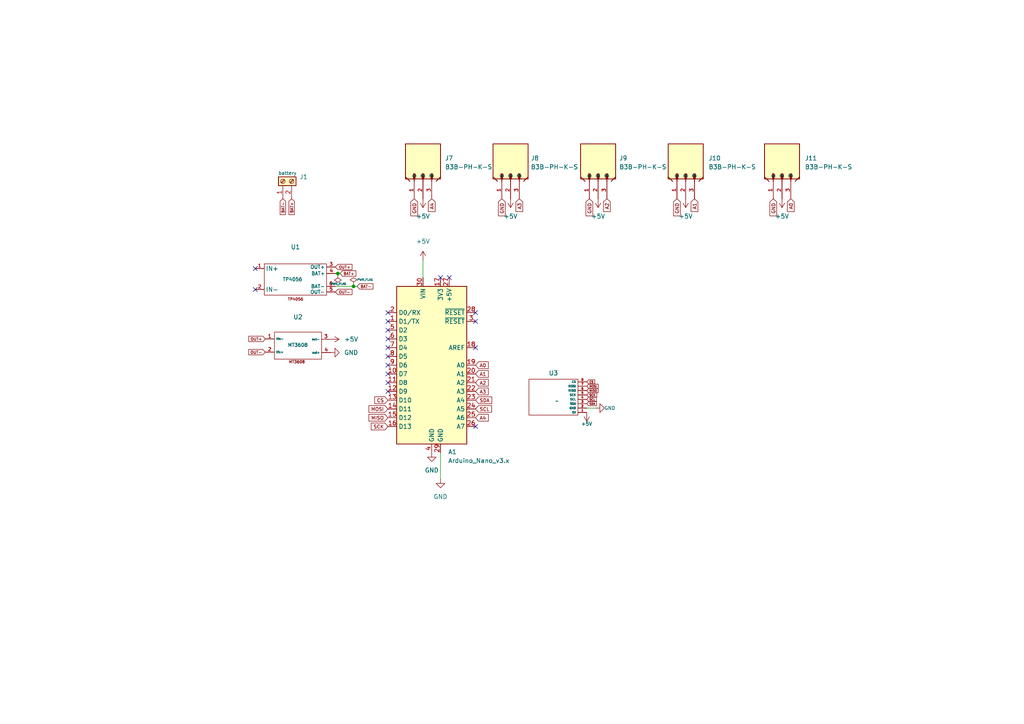
<source format=kicad_sch>
(kicad_sch (version 20230121) (generator eeschema)

  (uuid 29416e57-d402-4c53-bb3e-9766fceb94c2)

  (paper "A4")

  (lib_symbols
    (symbol "B3B-PH-K-S:B3B-PH-K-S" (pin_names (offset 1.016)) (in_bom yes) (on_board yes)
      (property "Reference" "J" (at -5.58 5.08 0)
        (effects (font (size 1.27 1.27)) (justify left bottom))
      )
      (property "Value" "B3B-PH-K-S" (at -5.08 -7.62 0)
        (effects (font (size 1.27 1.27)) (justify left bottom))
      )
      (property "Footprint" "B3B-PH-K-S:JST_B3B-PH-K-S" (at 0 0 0)
        (effects (font (size 1.27 1.27)) (justify bottom) hide)
      )
      (property "Datasheet" "" (at 0 0 0)
        (effects (font (size 1.27 1.27)) hide)
      )
      (property "MF" "JST Sales" (at 0 0 0)
        (effects (font (size 1.27 1.27)) (justify bottom) hide)
      )
      (property "Description" "\nConnector Header Through Hole 3 position 0.079 (2.00mm)\n" (at 0 0 0)
        (effects (font (size 1.27 1.27)) (justify bottom) hide)
      )
      (property "Package" "None" (at 0 0 0)
        (effects (font (size 1.27 1.27)) (justify bottom) hide)
      )
      (property "Price" "None" (at 0 0 0)
        (effects (font (size 1.27 1.27)) (justify bottom) hide)
      )
      (property "Check_prices" "https://www.snapeda.com/parts/B3B-PH-K-S/JST+Sales+America+Inc./view-part/?ref=eda" (at 0 0 0)
        (effects (font (size 1.27 1.27)) (justify bottom) hide)
      )
      (property "SnapEDA_Link" "https://www.snapeda.com/parts/B3B-PH-K-S/JST+Sales+America+Inc./view-part/?ref=snap" (at 0 0 0)
        (effects (font (size 1.27 1.27)) (justify bottom) hide)
      )
      (property "MP" "B3B-PH-K-S" (at 0 0 0)
        (effects (font (size 1.27 1.27)) (justify bottom) hide)
      )
      (property "Availability" "In Stock" (at 0 0 0)
        (effects (font (size 1.27 1.27)) (justify bottom) hide)
      )
      (property "MANUFACTURER" "JST" (at 0 0 0)
        (effects (font (size 1.27 1.27)) (justify bottom) hide)
      )
      (symbol "B3B-PH-K-S_0_0"
        (rectangle (start -4.445 -2.8575) (end -2.8575 -2.2225)
          (stroke (width 0.1) (type default))
          (fill (type outline))
        )
        (rectangle (start -4.445 -0.3175) (end -2.8575 0.3175)
          (stroke (width 0.1) (type default))
          (fill (type outline))
        )
        (rectangle (start -4.445 2.2225) (end -2.8575 2.8575)
          (stroke (width 0.1) (type default))
          (fill (type outline))
        )
        (rectangle (start -4.3996 -5.08) (end 5.7604 5.08)
          (stroke (width 0.254) (type default))
          (fill (type background))
        )
        (polyline
          (pts
            (xy -5.08 -3.81)
            (xy -3.81 -5.08)
          )
          (stroke (width 0.254) (type default))
          (fill (type none))
        )
        (polyline
          (pts
            (xy -5.08 -2.54)
            (xy -3.175 -2.54)
          )
          (stroke (width 0.254) (type default))
          (fill (type none))
        )
        (polyline
          (pts
            (xy -5.08 0)
            (xy -3.175 0)
          )
          (stroke (width 0.254) (type default))
          (fill (type none))
        )
        (polyline
          (pts
            (xy -5.08 2.54)
            (xy -3.175 2.54)
          )
          (stroke (width 0.254) (type default))
          (fill (type none))
        )
        (polyline
          (pts
            (xy -5.08 3.81)
            (xy -3.81 5.08)
          )
          (stroke (width 0.254) (type default))
          (fill (type none))
        )
        (pin passive line (at -10.16 2.54 0) (length 5.08)
          (name "1" (effects (font (size 1.016 1.016))))
          (number "1" (effects (font (size 1.016 1.016))))
        )
        (pin passive line (at -10.16 0 0) (length 5.08)
          (name "2" (effects (font (size 1.016 1.016))))
          (number "2" (effects (font (size 1.016 1.016))))
        )
        (pin passive line (at -10.16 -2.54 0) (length 5.08)
          (name "3" (effects (font (size 1.016 1.016))))
          (number "3" (effects (font (size 1.016 1.016))))
        )
      )
    )
    (symbol "Connector:Screw_Terminal_01x02" (pin_names (offset 1.016) hide) (in_bom yes) (on_board yes)
      (property "Reference" "J" (at 0 2.54 0)
        (effects (font (size 1.27 1.27)))
      )
      (property "Value" "Screw_Terminal_01x02" (at 0 -5.08 0)
        (effects (font (size 1.27 1.27)))
      )
      (property "Footprint" "" (at 0 0 0)
        (effects (font (size 1.27 1.27)) hide)
      )
      (property "Datasheet" "~" (at 0 0 0)
        (effects (font (size 1.27 1.27)) hide)
      )
      (property "ki_keywords" "screw terminal" (at 0 0 0)
        (effects (font (size 1.27 1.27)) hide)
      )
      (property "ki_description" "Generic screw terminal, single row, 01x02, script generated (kicad-library-utils/schlib/autogen/connector/)" (at 0 0 0)
        (effects (font (size 1.27 1.27)) hide)
      )
      (property "ki_fp_filters" "TerminalBlock*:*" (at 0 0 0)
        (effects (font (size 1.27 1.27)) hide)
      )
      (symbol "Screw_Terminal_01x02_1_1"
        (rectangle (start -1.27 1.27) (end 1.27 -3.81)
          (stroke (width 0.254) (type default))
          (fill (type background))
        )
        (circle (center 0 -2.54) (radius 0.635)
          (stroke (width 0.1524) (type default))
          (fill (type none))
        )
        (polyline
          (pts
            (xy -0.5334 -2.2098)
            (xy 0.3302 -3.048)
          )
          (stroke (width 0.1524) (type default))
          (fill (type none))
        )
        (polyline
          (pts
            (xy -0.5334 0.3302)
            (xy 0.3302 -0.508)
          )
          (stroke (width 0.1524) (type default))
          (fill (type none))
        )
        (polyline
          (pts
            (xy -0.3556 -2.032)
            (xy 0.508 -2.8702)
          )
          (stroke (width 0.1524) (type default))
          (fill (type none))
        )
        (polyline
          (pts
            (xy -0.3556 0.508)
            (xy 0.508 -0.3302)
          )
          (stroke (width 0.1524) (type default))
          (fill (type none))
        )
        (circle (center 0 0) (radius 0.635)
          (stroke (width 0.1524) (type default))
          (fill (type none))
        )
        (pin passive line (at -5.08 0 0) (length 3.81)
          (name "Pin_1" (effects (font (size 1.27 1.27))))
          (number "1" (effects (font (size 1.27 1.27))))
        )
        (pin passive line (at -5.08 -2.54 0) (length 3.81)
          (name "Pin_2" (effects (font (size 1.27 1.27))))
          (number "2" (effects (font (size 1.27 1.27))))
        )
      )
    )
    (symbol "MCU_Module:Arduino_Nano_v3.x" (in_bom yes) (on_board yes)
      (property "Reference" "A" (at -10.16 23.495 0)
        (effects (font (size 1.27 1.27)) (justify left bottom))
      )
      (property "Value" "Arduino_Nano_v3.x" (at 5.08 -24.13 0)
        (effects (font (size 1.27 1.27)) (justify left top))
      )
      (property "Footprint" "Module:Arduino_Nano" (at 0 0 0)
        (effects (font (size 1.27 1.27) italic) hide)
      )
      (property "Datasheet" "http://www.mouser.com/pdfdocs/Gravitech_Arduino_Nano3_0.pdf" (at 0 0 0)
        (effects (font (size 1.27 1.27)) hide)
      )
      (property "ki_keywords" "Arduino nano microcontroller module USB" (at 0 0 0)
        (effects (font (size 1.27 1.27)) hide)
      )
      (property "ki_description" "Arduino Nano v3.x" (at 0 0 0)
        (effects (font (size 1.27 1.27)) hide)
      )
      (property "ki_fp_filters" "Arduino*Nano*" (at 0 0 0)
        (effects (font (size 1.27 1.27)) hide)
      )
      (symbol "Arduino_Nano_v3.x_0_1"
        (rectangle (start -10.16 22.86) (end 10.16 -22.86)
          (stroke (width 0.254) (type default))
          (fill (type background))
        )
      )
      (symbol "Arduino_Nano_v3.x_1_1"
        (pin bidirectional line (at -12.7 12.7 0) (length 2.54)
          (name "D1/TX" (effects (font (size 1.27 1.27))))
          (number "1" (effects (font (size 1.27 1.27))))
        )
        (pin bidirectional line (at -12.7 -2.54 0) (length 2.54)
          (name "D7" (effects (font (size 1.27 1.27))))
          (number "10" (effects (font (size 1.27 1.27))))
        )
        (pin bidirectional line (at -12.7 -5.08 0) (length 2.54)
          (name "D8" (effects (font (size 1.27 1.27))))
          (number "11" (effects (font (size 1.27 1.27))))
        )
        (pin bidirectional line (at -12.7 -7.62 0) (length 2.54)
          (name "D9" (effects (font (size 1.27 1.27))))
          (number "12" (effects (font (size 1.27 1.27))))
        )
        (pin bidirectional line (at -12.7 -10.16 0) (length 2.54)
          (name "D10" (effects (font (size 1.27 1.27))))
          (number "13" (effects (font (size 1.27 1.27))))
        )
        (pin bidirectional line (at -12.7 -12.7 0) (length 2.54)
          (name "D11" (effects (font (size 1.27 1.27))))
          (number "14" (effects (font (size 1.27 1.27))))
        )
        (pin bidirectional line (at -12.7 -15.24 0) (length 2.54)
          (name "D12" (effects (font (size 1.27 1.27))))
          (number "15" (effects (font (size 1.27 1.27))))
        )
        (pin bidirectional line (at -12.7 -17.78 0) (length 2.54)
          (name "D13" (effects (font (size 1.27 1.27))))
          (number "16" (effects (font (size 1.27 1.27))))
        )
        (pin power_out line (at 2.54 25.4 270) (length 2.54)
          (name "3V3" (effects (font (size 1.27 1.27))))
          (number "17" (effects (font (size 1.27 1.27))))
        )
        (pin input line (at 12.7 5.08 180) (length 2.54)
          (name "AREF" (effects (font (size 1.27 1.27))))
          (number "18" (effects (font (size 1.27 1.27))))
        )
        (pin bidirectional line (at 12.7 0 180) (length 2.54)
          (name "A0" (effects (font (size 1.27 1.27))))
          (number "19" (effects (font (size 1.27 1.27))))
        )
        (pin bidirectional line (at -12.7 15.24 0) (length 2.54)
          (name "D0/RX" (effects (font (size 1.27 1.27))))
          (number "2" (effects (font (size 1.27 1.27))))
        )
        (pin bidirectional line (at 12.7 -2.54 180) (length 2.54)
          (name "A1" (effects (font (size 1.27 1.27))))
          (number "20" (effects (font (size 1.27 1.27))))
        )
        (pin bidirectional line (at 12.7 -5.08 180) (length 2.54)
          (name "A2" (effects (font (size 1.27 1.27))))
          (number "21" (effects (font (size 1.27 1.27))))
        )
        (pin bidirectional line (at 12.7 -7.62 180) (length 2.54)
          (name "A3" (effects (font (size 1.27 1.27))))
          (number "22" (effects (font (size 1.27 1.27))))
        )
        (pin bidirectional line (at 12.7 -10.16 180) (length 2.54)
          (name "A4" (effects (font (size 1.27 1.27))))
          (number "23" (effects (font (size 1.27 1.27))))
        )
        (pin bidirectional line (at 12.7 -12.7 180) (length 2.54)
          (name "A5" (effects (font (size 1.27 1.27))))
          (number "24" (effects (font (size 1.27 1.27))))
        )
        (pin bidirectional line (at 12.7 -15.24 180) (length 2.54)
          (name "A6" (effects (font (size 1.27 1.27))))
          (number "25" (effects (font (size 1.27 1.27))))
        )
        (pin bidirectional line (at 12.7 -17.78 180) (length 2.54)
          (name "A7" (effects (font (size 1.27 1.27))))
          (number "26" (effects (font (size 1.27 1.27))))
        )
        (pin power_out line (at 5.08 25.4 270) (length 2.54)
          (name "+5V" (effects (font (size 1.27 1.27))))
          (number "27" (effects (font (size 1.27 1.27))))
        )
        (pin input line (at 12.7 15.24 180) (length 2.54)
          (name "~{RESET}" (effects (font (size 1.27 1.27))))
          (number "28" (effects (font (size 1.27 1.27))))
        )
        (pin power_in line (at 2.54 -25.4 90) (length 2.54)
          (name "GND" (effects (font (size 1.27 1.27))))
          (number "29" (effects (font (size 1.27 1.27))))
        )
        (pin input line (at 12.7 12.7 180) (length 2.54)
          (name "~{RESET}" (effects (font (size 1.27 1.27))))
          (number "3" (effects (font (size 1.27 1.27))))
        )
        (pin power_in line (at -2.54 25.4 270) (length 2.54)
          (name "VIN" (effects (font (size 1.27 1.27))))
          (number "30" (effects (font (size 1.27 1.27))))
        )
        (pin power_in line (at 0 -25.4 90) (length 2.54)
          (name "GND" (effects (font (size 1.27 1.27))))
          (number "4" (effects (font (size 1.27 1.27))))
        )
        (pin bidirectional line (at -12.7 10.16 0) (length 2.54)
          (name "D2" (effects (font (size 1.27 1.27))))
          (number "5" (effects (font (size 1.27 1.27))))
        )
        (pin bidirectional line (at -12.7 7.62 0) (length 2.54)
          (name "D3" (effects (font (size 1.27 1.27))))
          (number "6" (effects (font (size 1.27 1.27))))
        )
        (pin bidirectional line (at -12.7 5.08 0) (length 2.54)
          (name "D4" (effects (font (size 1.27 1.27))))
          (number "7" (effects (font (size 1.27 1.27))))
        )
        (pin bidirectional line (at -12.7 2.54 0) (length 2.54)
          (name "D5" (effects (font (size 1.27 1.27))))
          (number "8" (effects (font (size 1.27 1.27))))
        )
        (pin bidirectional line (at -12.7 0 0) (length 2.54)
          (name "D6" (effects (font (size 1.27 1.27))))
          (number "9" (effects (font (size 1.27 1.27))))
        )
      )
    )
    (symbol "New_Library_0:MT3608" (in_bom yes) (on_board yes)
      (property "Reference" "U2" (at 1.651 8.255 0)
        (effects (font (size 1.27 1.27)))
      )
      (property "Value" "MT3608" (at 1.6002 0.127 0)
        (effects (font (size 1 1)))
      )
      (property "Footprint" "MT3608:MT3608" (at 1.651 -0.254 0)
        (effects (font (size 1 1) (color 37 255 152 1)) hide)
      )
      (property "Datasheet" "" (at 0 0 0)
        (effects (font (size 1.27 1.27)) hide)
      )
      (symbol "MT3608_0_1"
        (rectangle (start -5.1562 3.8862) (end 8.509 -3.9624)
          (stroke (width 0) (type default))
          (fill (type none))
        )
      )
      (symbol "MT3608_1_1"
        (text "MT3608" (at 1.3462 -4.7498 0)
          (effects (font (size 0.8 0.8)))
        )
        (pin input line (at -7.7978 1.905 0) (length 2.54)
          (name "Vin-" (effects (font (size 0.6 0.6))))
          (number "1" (effects (font (size 1 1))))
        )
        (pin input line (at -7.8232 -1.9304 0) (length 2.54)
          (name "Vin+" (effects (font (size 0.6 0.6))))
          (number "2" (effects (font (size 1 1))))
        )
        (pin power_out line (at 11.049 1.8034 180) (length 2.54)
          (name "out-" (effects (font (size 0.6 0.6))))
          (number "3" (effects (font (size 1 1))))
        )
        (pin power_out line (at 11.1252 -2.0574 180) (length 2.54)
          (name "out+" (effects (font (size 0.6 0.6))))
          (number "4" (effects (font (size 1 1))))
        )
      )
    )
    (symbol "SD card module:SD_card_module" (in_bom yes) (on_board yes)
      (property "Reference" "U" (at -1.524 0.508 0)
        (effects (font (size 1.27 1.27)))
      )
      (property "Value" "" (at -1.016 -0.508 0)
        (effects (font (size 1.27 1.27)))
      )
      (property "Footprint" "" (at -1.016 -0.508 0)
        (effects (font (size 1.27 1.27)) hide)
      )
      (property "Datasheet" "" (at -1.016 -0.508 0)
        (effects (font (size 1.27 1.27)) hide)
      )
      (symbol "SD_card_module_0_1"
        (rectangle (start 5.08 -4.572) (end -9.144 5.842)
          (stroke (width 0) (type default))
          (fill (type none))
        )
      )
      (symbol "SD_card_module_1_1"
        (pin input line (at 7.62 -3.81 180) (length 2.54)
          (name "5V" (effects (font (size 0.6 0.6))))
          (number "1" (effects (font (size 0.6 0.6))))
        )
        (pin input line (at 7.62 -2.54 180) (length 2.54)
          (name "GND" (effects (font (size 0.6 0.6))))
          (number "2" (effects (font (size 0.6 0.6))))
        )
        (pin input line (at 7.62 -1.27 180) (length 2.54)
          (name "SDA" (effects (font (size 0.6 0.6))))
          (number "3" (effects (font (size 0.6 0.6))))
        )
        (pin input line (at 7.62 0 180) (length 2.54)
          (name "SCL" (effects (font (size 0.6 0.6))))
          (number "4" (effects (font (size 0.6 0.6))))
        )
        (pin input line (at 7.62 1.27 180) (length 2.54)
          (name "SCK" (effects (font (size 0.6 0.6))))
          (number "5" (effects (font (size 0.6 0.6))))
        )
        (pin input line (at 7.62 2.54 180) (length 2.54)
          (name "MISO" (effects (font (size 0.6 0.6))))
          (number "6" (effects (font (size 0.6 0.6))))
        )
        (pin input line (at 7.62 3.81 180) (length 2.54)
          (name "MOSI" (effects (font (size 0.6 0.6))))
          (number "7" (effects (font (size 0.6 0.6))))
        )
        (pin input line (at 7.62 5.08 180) (length 2.54)
          (name "CS" (effects (font (size 0.6 0.6))))
          (number "8" (effects (font (size 0.6 0.6))))
        )
      )
    )
    (symbol "power:+5V" (power) (pin_names (offset 0)) (in_bom yes) (on_board yes)
      (property "Reference" "#PWR" (at 0 -3.81 0)
        (effects (font (size 1.27 1.27)) hide)
      )
      (property "Value" "+5V" (at 0 3.556 0)
        (effects (font (size 1.27 1.27)))
      )
      (property "Footprint" "" (at 0 0 0)
        (effects (font (size 1.27 1.27)) hide)
      )
      (property "Datasheet" "" (at 0 0 0)
        (effects (font (size 1.27 1.27)) hide)
      )
      (property "ki_keywords" "global power" (at 0 0 0)
        (effects (font (size 1.27 1.27)) hide)
      )
      (property "ki_description" "Power symbol creates a global label with name \"+5V\"" (at 0 0 0)
        (effects (font (size 1.27 1.27)) hide)
      )
      (symbol "+5V_0_1"
        (polyline
          (pts
            (xy -0.762 1.27)
            (xy 0 2.54)
          )
          (stroke (width 0) (type default))
          (fill (type none))
        )
        (polyline
          (pts
            (xy 0 0)
            (xy 0 2.54)
          )
          (stroke (width 0) (type default))
          (fill (type none))
        )
        (polyline
          (pts
            (xy 0 2.54)
            (xy 0.762 1.27)
          )
          (stroke (width 0) (type default))
          (fill (type none))
        )
      )
      (symbol "+5V_1_1"
        (pin power_in line (at 0 0 90) (length 0) hide
          (name "+5V" (effects (font (size 1.27 1.27))))
          (number "1" (effects (font (size 1.27 1.27))))
        )
      )
    )
    (symbol "power:GND" (power) (pin_names (offset 0)) (in_bom yes) (on_board yes)
      (property "Reference" "#PWR" (at 0 -6.35 0)
        (effects (font (size 1.27 1.27)) hide)
      )
      (property "Value" "GND" (at 0 -3.81 0)
        (effects (font (size 1.27 1.27)))
      )
      (property "Footprint" "" (at 0 0 0)
        (effects (font (size 1.27 1.27)) hide)
      )
      (property "Datasheet" "" (at 0 0 0)
        (effects (font (size 1.27 1.27)) hide)
      )
      (property "ki_keywords" "global power" (at 0 0 0)
        (effects (font (size 1.27 1.27)) hide)
      )
      (property "ki_description" "Power symbol creates a global label with name \"GND\" , ground" (at 0 0 0)
        (effects (font (size 1.27 1.27)) hide)
      )
      (symbol "GND_0_1"
        (polyline
          (pts
            (xy 0 0)
            (xy 0 -1.27)
            (xy 1.27 -1.27)
            (xy 0 -2.54)
            (xy -1.27 -1.27)
            (xy 0 -1.27)
          )
          (stroke (width 0) (type default))
          (fill (type none))
        )
      )
      (symbol "GND_1_1"
        (pin power_in line (at 0 0 270) (length 0) hide
          (name "GND" (effects (font (size 1.27 1.27))))
          (number "1" (effects (font (size 1.27 1.27))))
        )
      )
    )
    (symbol "power:PWR_FLAG" (power) (pin_numbers hide) (pin_names (offset 0) hide) (in_bom yes) (on_board yes)
      (property "Reference" "#FLG" (at 0 1.905 0)
        (effects (font (size 1.27 1.27)) hide)
      )
      (property "Value" "PWR_FLAG" (at 0 3.81 0)
        (effects (font (size 1.27 1.27)))
      )
      (property "Footprint" "" (at 0 0 0)
        (effects (font (size 1.27 1.27)) hide)
      )
      (property "Datasheet" "~" (at 0 0 0)
        (effects (font (size 1.27 1.27)) hide)
      )
      (property "ki_keywords" "flag power" (at 0 0 0)
        (effects (font (size 1.27 1.27)) hide)
      )
      (property "ki_description" "Special symbol for telling ERC where power comes from" (at 0 0 0)
        (effects (font (size 1.27 1.27)) hide)
      )
      (symbol "PWR_FLAG_0_0"
        (pin power_out line (at 0 0 90) (length 0)
          (name "pwr" (effects (font (size 1.27 1.27))))
          (number "1" (effects (font (size 1.27 1.27))))
        )
      )
      (symbol "PWR_FLAG_0_1"
        (polyline
          (pts
            (xy 0 0)
            (xy 0 1.27)
            (xy -1.016 1.905)
            (xy 0 2.54)
            (xy 1.016 1.905)
            (xy 0 1.27)
          )
          (stroke (width 0) (type default))
          (fill (type none))
        )
      )
    )
    (symbol "tp4056:tp4056" (in_bom yes) (on_board yes)
      (property "Reference" "U1" (at 1.4732 7.0866 0)
        (effects (font (size 1.27 1.27)))
      )
      (property "Value" "~" (at 0 0 0)
        (effects (font (size 1.27 1.27)))
      )
      (property "Footprint" "TP4056:TP4056" (at 0 0 0)
        (effects (font (size 1.27 1.27)) hide)
      )
      (property "Datasheet" "" (at 0 0 0)
        (effects (font (size 1.27 1.27)) hide)
      )
      (symbol "tp4056_1_1"
        (rectangle (start -7.5692 4.7752) (end 10.4902 -4.2926)
          (stroke (width 0) (type default))
          (fill (type none))
        )
        (text "TP4056" (at 1.4986 -5.461 0)
          (effects (font (size 0.8 0.8)))
        )
        (pin power_in line (at -10.1854 3.4036 0) (length 2.54)
          (name "IN+" (effects (font (size 1.27 1.27))))
          (number "1" (effects (font (size 1 1))))
        )
        (pin power_in line (at -10.1854 -2.667 0) (length 2.54)
          (name "IN-" (effects (font (size 1.27 1.27))))
          (number "2" (effects (font (size 1 1))))
        )
        (pin power_out line (at 13.081 3.8608 180) (length 2.54)
          (name "OUT+" (effects (font (size 1 1))))
          (number "3" (effects (font (size 1 1))))
        )
        (pin power_in line (at 13.1318 1.9812 180) (length 2.54)
          (name "BAT+" (effects (font (size 1 1))))
          (number "4" (effects (font (size 1 1))))
        )
        (pin power_out line (at 13.081 -3.3782 180) (length 2.54)
          (name "OUT-" (effects (font (size 1 1))))
          (number "5" (effects (font (size 1 1))))
        )
        (pin power_in line (at 13.0556 -1.7526 180) (length 2.54)
          (name "BAT-" (effects (font (size 1 1))))
          (number "6" (effects (font (size 1 1))))
        )
      )
    )
  )

  (junction (at 102.5398 83.058) (diameter 0) (color 0 0 0 0)
    (uuid 082a646a-4f69-4478-b394-4a7cc3607ad3)
  )
  (junction (at 97.9932 79.3242) (diameter 0) (color 0 0 0 0)
    (uuid a536bf27-fe25-4afe-9630-eac7928c956e)
  )

  (no_connect (at 74.041 77.9018) (uuid 3cdea177-c0a1-4aaf-817d-9d04233459a0))
  (no_connect (at 130.302 80.518) (uuid 3f264321-a84b-47a5-bba4-234aee5fecbd))
  (no_connect (at 137.922 93.218) (uuid 42286c2a-41dd-4491-9f7e-54dde8fc0a02))
  (no_connect (at 112.522 110.998) (uuid 4a8245c4-ef67-4e10-95c1-59f035874e6e))
  (no_connect (at 112.522 95.758) (uuid 5aadcc70-ae68-4071-a882-d4313cea7308))
  (no_connect (at 74.041 83.9724) (uuid 838e01de-fc9b-4607-b726-3fb6193d96e7))
  (no_connect (at 112.522 113.538) (uuid 87f2b53b-4a27-435c-b3ee-6e6ba04b244b))
  (no_connect (at 112.522 105.918) (uuid 935460f9-2331-44a3-a1d8-cc23a68733b9))
  (no_connect (at 137.922 100.838) (uuid 9f987e48-6f3f-4a07-9552-ef891c724361))
  (no_connect (at 112.522 90.678) (uuid a9805513-2b7c-4dd3-a618-a8c2b0cb3739))
  (no_connect (at 137.922 123.698) (uuid ac7dfc6e-8404-4398-82b8-b5e2f7ffbf1c))
  (no_connect (at 112.522 103.378) (uuid ae9071d8-eac9-402f-b48c-6bd8be28a610))
  (no_connect (at 137.922 90.678) (uuid b0692fe1-fdaf-466a-a48c-3f464211cd0c))
  (no_connect (at 112.522 93.218) (uuid c5a85872-abec-4b65-85ae-57d3973891df))
  (no_connect (at 112.522 98.298) (uuid c728f770-e3dd-4533-91fc-7625d3f1d64d))
  (no_connect (at 112.522 100.838) (uuid cdfb44fa-59a5-406b-a7b4-8210c9d7fa49))
  (no_connect (at 127.762 80.518) (uuid e4f346c1-f778-4a16-b458-e48b731e709d))
  (no_connect (at 112.522 108.458) (uuid ece5c654-a7b2-4773-a2cc-c3815da5b595))

  (wire (pts (xy 102.5398 83.058) (xy 103.5812 83.058))
    (stroke (width 0) (type default))
    (uuid 54f54776-f8b8-4285-a7a0-9afbe398bd73)
  )
  (wire (pts (xy 97.9932 79.3242) (xy 97.3582 79.3242))
    (stroke (width 0) (type default))
    (uuid 5a45a2bb-fe17-4eb1-ac78-0c38e58628df)
  )
  (wire (pts (xy 172.72 118.364) (xy 170.18 118.364))
    (stroke (width 0) (type default))
    (uuid 6c2cf27f-81b8-42e4-b79b-96953cc4dc22)
  )
  (wire (pts (xy 98.6282 79.3242) (xy 97.9932 79.3242))
    (stroke (width 0) (type default))
    (uuid 6d4976db-c660-428f-a283-e33cf0678f7f)
  )
  (wire (pts (xy 97.282 83.058) (xy 102.5398 83.058))
    (stroke (width 0) (type default))
    (uuid a7b9be3c-c0dd-4343-9dfa-4e0404b7ff74)
  )
  (wire (pts (xy 127.762 138.938) (xy 127.762 131.318))
    (stroke (width 0) (type default))
    (uuid f3d2a067-84e5-41aa-9ef5-34213033c05b)
  )
  (wire (pts (xy 122.682 75.438) (xy 122.682 80.518))
    (stroke (width 0) (type default))
    (uuid f84149f3-4314-4336-935f-05c66ffd10b8)
  )

  (global_label "A3" (shape input) (at 150.622 57.658 270) (fields_autoplaced)
    (effects (font (size 1 1)) (justify right))
    (uuid 07a1f47b-ef4f-4917-8361-68a1fcaeac5f)
    (property "Intersheetrefs" "${INTERSHEET_REFS}" (at 150.622 61.8178 90)
      (effects (font (size 1.27 1.27)) (justify right) hide)
    )
  )
  (global_label "BAT+" (shape input) (at 98.6282 79.3242 0) (fields_autoplaced)
    (effects (font (size 0.8 0.8)) (justify left))
    (uuid 0a36a6d6-b0d7-434f-bef3-401c71a91ad7)
    (property "Intersheetrefs" "${INTERSHEET_REFS}" (at 103.5942 79.3242 0)
      (effects (font (size 1.27 1.27)) (justify left) hide)
    )
  )
  (global_label "MOSI" (shape input) (at 170.18 112.014 0) (fields_autoplaced)
    (effects (font (size 0.6 0.6)) (justify left))
    (uuid 0b8cd4ed-aeba-4a92-8f18-6734c290298f)
    (property "Intersheetrefs" "${INTERSHEET_REFS}" (at 173.7617 112.014 0)
      (effects (font (size 1.27 1.27)) (justify left) hide)
    )
  )
  (global_label "SDA" (shape input) (at 137.922 116.078 0) (fields_autoplaced)
    (effects (font (size 1 1)) (justify left))
    (uuid 0d4f19e8-1743-4bdd-bee1-97b5577c6214)
    (property "Intersheetrefs" "${INTERSHEET_REFS}" (at 143.0818 116.078 0)
      (effects (font (size 1.27 1.27)) (justify left) hide)
    )
  )
  (global_label "BAT+" (shape input) (at 84.582 57.658 270) (fields_autoplaced)
    (effects (font (size 0.8 0.8)) (justify right))
    (uuid 0e8b2a43-60e0-45db-8953-cc4f06705e86)
    (property "Intersheetrefs" "${INTERSHEET_REFS}" (at 84.582 62.624 90)
      (effects (font (size 1.27 1.27)) (justify right) hide)
    )
  )
  (global_label "OUT+" (shape input) (at 76.962 98.298 180) (fields_autoplaced)
    (effects (font (size 0.8 0.8)) (justify right))
    (uuid 1dc9004c-b392-4f72-871c-b4ef6fd7e179)
    (property "Intersheetrefs" "${INTERSHEET_REFS}" (at 71.8055 98.298 0)
      (effects (font (size 1.27 1.27)) (justify right) hide)
    )
  )
  (global_label "CS" (shape input) (at 170.18 110.744 0) (fields_autoplaced)
    (effects (font (size 0.6 0.6)) (justify left))
    (uuid 20c3005b-7f56-48f0-baff-ebe605a43031)
    (property "Intersheetrefs" "${INTERSHEET_REFS}" (at 172.7617 110.744 0)
      (effects (font (size 1.27 1.27)) (justify left) hide)
    )
  )
  (global_label "GND" (shape input) (at 120.142 57.658 270) (fields_autoplaced)
    (effects (font (size 1 1)) (justify right))
    (uuid 36db7aa6-414d-4146-83a2-7f87f60ba0ba)
    (property "Intersheetrefs" "${INTERSHEET_REFS}" (at 120.142 63.0559 90)
      (effects (font (size 1.27 1.27)) (justify right) hide)
    )
  )
  (global_label "SDA" (shape input) (at 170.18 117.094 0) (fields_autoplaced)
    (effects (font (size 0.6 0.6)) (justify left))
    (uuid 48c1c985-41e5-4834-b30f-9be4e8afcc72)
    (property "Intersheetrefs" "${INTERSHEET_REFS}" (at 173.276 117.094 0)
      (effects (font (size 1.27 1.27)) (justify left) hide)
    )
  )
  (global_label "SCL" (shape input) (at 137.922 118.618 0) (fields_autoplaced)
    (effects (font (size 1 1)) (justify left))
    (uuid 51f85b15-8ac0-4c18-ae62-1097f2aaa750)
    (property "Intersheetrefs" "${INTERSHEET_REFS}" (at 143.0342 118.618 0)
      (effects (font (size 1.27 1.27)) (justify left) hide)
    )
  )
  (global_label "GND" (shape input) (at 224.282 57.658 270) (fields_autoplaced)
    (effects (font (size 1 1)) (justify right))
    (uuid 5f563f8b-64a5-464e-ab9a-511f2e927dc4)
    (property "Intersheetrefs" "${INTERSHEET_REFS}" (at 224.282 63.0559 90)
      (effects (font (size 1.27 1.27)) (justify right) hide)
    )
  )
  (global_label "BAT-" (shape input) (at 103.5812 83.058 0) (fields_autoplaced)
    (effects (font (size 0.8 0.8)) (justify left))
    (uuid 654be39b-a868-4737-ad58-46917d581f61)
    (property "Intersheetrefs" "${INTERSHEET_REFS}" (at 108.5472 83.058 0)
      (effects (font (size 1.27 1.27)) (justify left) hide)
    )
  )
  (global_label "A2" (shape input) (at 137.922 110.998 0) (fields_autoplaced)
    (effects (font (size 1 1)) (justify left))
    (uuid 66700cad-8ae8-44a1-95db-add391ec696b)
    (property "Intersheetrefs" "${INTERSHEET_REFS}" (at 142.0818 110.998 0)
      (effects (font (size 1.27 1.27)) (justify left) hide)
    )
  )
  (global_label "A3" (shape input) (at 137.922 113.538 0) (fields_autoplaced)
    (effects (font (size 1 1)) (justify left))
    (uuid 6b3c9b29-3e92-4fb0-aa10-ca35065411c9)
    (property "Intersheetrefs" "${INTERSHEET_REFS}" (at 142.0818 113.538 0)
      (effects (font (size 1.27 1.27)) (justify left) hide)
    )
  )
  (global_label "BAT-" (shape input) (at 82.042 57.658 270) (fields_autoplaced)
    (effects (font (size 0.8 0.8)) (justify right))
    (uuid 6beb9e57-9a8e-4736-81ba-9e0a9eee144d)
    (property "Intersheetrefs" "${INTERSHEET_REFS}" (at 82.042 62.624 90)
      (effects (font (size 1.27 1.27)) (justify right) hide)
    )
  )
  (global_label "A1" (shape input) (at 137.922 108.458 0) (fields_autoplaced)
    (effects (font (size 1 1)) (justify left))
    (uuid 6fc9b804-a199-4f8f-9fb8-589ecf605d0b)
    (property "Intersheetrefs" "${INTERSHEET_REFS}" (at 142.0818 108.458 0)
      (effects (font (size 1.27 1.27)) (justify left) hide)
    )
  )
  (global_label "GND" (shape input) (at 196.342 57.658 270) (fields_autoplaced)
    (effects (font (size 1 1)) (justify right))
    (uuid 725d299d-9aa3-42d1-a57f-8dbb417ca3e1)
    (property "Intersheetrefs" "${INTERSHEET_REFS}" (at 196.342 63.0559 90)
      (effects (font (size 1.27 1.27)) (justify right) hide)
    )
  )
  (global_label "OUT-" (shape input) (at 97.3074 84.6836 0) (fields_autoplaced)
    (effects (font (size 0.8 0.8)) (justify left))
    (uuid 74ef73e3-7a33-4052-a923-a7697d621bb1)
    (property "Intersheetrefs" "${INTERSHEET_REFS}" (at 102.4639 84.6836 0)
      (effects (font (size 1.27 1.27)) (justify left) hide)
    )
  )
  (global_label "A0" (shape input) (at 229.362 57.658 270) (fields_autoplaced)
    (effects (font (size 1 1)) (justify right))
    (uuid 75ca4c09-20a2-4fcc-bed0-7d713a1154ba)
    (property "Intersheetrefs" "${INTERSHEET_REFS}" (at 229.362 61.8178 90)
      (effects (font (size 1.27 1.27)) (justify right) hide)
    )
  )
  (global_label "SCK" (shape input) (at 112.522 123.698 180) (fields_autoplaced)
    (effects (font (size 1 1)) (justify right))
    (uuid 7f8be248-fc7e-495e-af6b-73412af4115a)
    (property "Intersheetrefs" "${INTERSHEET_REFS}" (at 107.2193 123.698 0)
      (effects (font (size 1.27 1.27)) (justify right) hide)
    )
  )
  (global_label "MOSI" (shape input) (at 112.522 118.618 180) (fields_autoplaced)
    (effects (font (size 1 1)) (justify right))
    (uuid 9bd08685-3f3f-4166-b0e5-8dfaa4697d1e)
    (property "Intersheetrefs" "${INTERSHEET_REFS}" (at 106.5526 118.618 0)
      (effects (font (size 1.27 1.27)) (justify right) hide)
    )
  )
  (global_label "MISO" (shape input) (at 112.522 121.158 180) (fields_autoplaced)
    (effects (font (size 1 1)) (justify right))
    (uuid 9c847e35-82cd-478b-bc10-966106b20db1)
    (property "Intersheetrefs" "${INTERSHEET_REFS}" (at 106.5526 121.158 0)
      (effects (font (size 1.27 1.27)) (justify right) hide)
    )
  )
  (global_label "CS" (shape input) (at 112.522 116.078 180) (fields_autoplaced)
    (effects (font (size 1 1)) (justify right))
    (uuid 9d932315-fdfe-4fbc-9d77-c49df641eaa8)
    (property "Intersheetrefs" "${INTERSHEET_REFS}" (at 108.2193 116.078 0)
      (effects (font (size 1.27 1.27)) (justify right) hide)
    )
  )
  (global_label "A1" (shape input) (at 201.422 57.658 270) (fields_autoplaced)
    (effects (font (size 1 1)) (justify right))
    (uuid 9fe19376-22f5-4a3e-818e-bc445eabb000)
    (property "Intersheetrefs" "${INTERSHEET_REFS}" (at 201.422 61.8178 90)
      (effects (font (size 1.27 1.27)) (justify right) hide)
    )
  )
  (global_label "SCK" (shape input) (at 170.18 114.554 0) (fields_autoplaced)
    (effects (font (size 0.6 0.6)) (justify left))
    (uuid b393929d-b225-4f51-8d98-09c446e5e45a)
    (property "Intersheetrefs" "${INTERSHEET_REFS}" (at 173.3617 114.554 0)
      (effects (font (size 1.27 1.27)) (justify left) hide)
    )
  )
  (global_label "GND" (shape input) (at 145.542 57.658 270) (fields_autoplaced)
    (effects (font (size 1 1)) (justify right))
    (uuid be878000-5349-4b65-abed-d0359532644a)
    (property "Intersheetrefs" "${INTERSHEET_REFS}" (at 145.542 63.0559 90)
      (effects (font (size 1.27 1.27)) (justify right) hide)
    )
  )
  (global_label "GND" (shape input) (at 170.942 57.658 270) (fields_autoplaced)
    (effects (font (size 1 1)) (justify right))
    (uuid bec752f2-d296-44cb-96ec-33980647f06a)
    (property "Intersheetrefs" "${INTERSHEET_REFS}" (at 170.942 63.0559 90)
      (effects (font (size 1.27 1.27)) (justify right) hide)
    )
  )
  (global_label "OUT+" (shape input) (at 97.3074 77.4446 0) (fields_autoplaced)
    (effects (font (size 0.8 0.8)) (justify left))
    (uuid c4a7554d-12e2-4fe5-a8d3-64e814359355)
    (property "Intersheetrefs" "${INTERSHEET_REFS}" (at 102.4639 77.4446 0)
      (effects (font (size 1.27 1.27)) (justify left) hide)
    )
  )
  (global_label "A2" (shape input) (at 176.022 57.658 270) (fields_autoplaced)
    (effects (font (size 1 1)) (justify right))
    (uuid c8edbb34-1e91-403b-8a69-c1df59c77b38)
    (property "Intersheetrefs" "${INTERSHEET_REFS}" (at 176.022 61.8178 90)
      (effects (font (size 1.27 1.27)) (justify right) hide)
    )
  )
  (global_label "OUT-" (shape input) (at 76.9366 102.1334 180) (fields_autoplaced)
    (effects (font (size 0.8 0.8)) (justify right))
    (uuid d414c001-91eb-4bba-b07e-c27b1a808bec)
    (property "Intersheetrefs" "${INTERSHEET_REFS}" (at 71.7801 102.1334 0)
      (effects (font (size 1.27 1.27)) (justify right) hide)
    )
  )
  (global_label "A4" (shape input) (at 137.922 121.158 0) (fields_autoplaced)
    (effects (font (size 1 1)) (justify left))
    (uuid f0220d50-d8f1-4dd2-acac-5d0db4073cb7)
    (property "Intersheetrefs" "${INTERSHEET_REFS}" (at 142.0818 121.158 0)
      (effects (font (size 1.27 1.27)) (justify left) hide)
    )
  )
  (global_label "A4" (shape input) (at 125.222 57.658 270) (fields_autoplaced)
    (effects (font (size 1 1)) (justify right))
    (uuid f03d98e3-8a24-4357-96b1-386f6952ecce)
    (property "Intersheetrefs" "${INTERSHEET_REFS}" (at 125.222 61.8178 90)
      (effects (font (size 1.27 1.27)) (justify right) hide)
    )
  )
  (global_label "A0" (shape input) (at 137.922 105.918 0) (fields_autoplaced)
    (effects (font (size 1 1)) (justify left))
    (uuid f09068a8-6b20-4389-a54c-a68eb0e9ca09)
    (property "Intersheetrefs" "${INTERSHEET_REFS}" (at 142.0818 105.918 0)
      (effects (font (size 1.27 1.27)) (justify left) hide)
    )
  )
  (global_label "MISO" (shape input) (at 170.18 113.284 0) (fields_autoplaced)
    (effects (font (size 0.6 0.6)) (justify left))
    (uuid f4c34f75-4ff1-43dc-b8c2-36aa4c1e67c8)
    (property "Intersheetrefs" "${INTERSHEET_REFS}" (at 173.7617 113.284 0)
      (effects (font (size 1.27 1.27)) (justify left) hide)
    )
  )
  (global_label "SCL" (shape input) (at 170.18 115.824 0) (fields_autoplaced)
    (effects (font (size 0.6 0.6)) (justify left))
    (uuid f73f8e79-4b15-4669-9b1e-8f8b9180d99a)
    (property "Intersheetrefs" "${INTERSHEET_REFS}" (at 173.2474 115.824 0)
      (effects (font (size 1.27 1.27)) (justify left) hide)
    )
  )

  (symbol (lib_id "power:PWR_FLAG") (at 97.9932 79.3242 180) (unit 1)
    (in_bom yes) (on_board yes) (dnp no)
    (uuid 04a3a482-39aa-4ef3-bb9b-8a41e44e0479)
    (property "Reference" "#FLG01" (at 97.9932 81.2292 0)
      (effects (font (size 1.27 1.27)) hide)
    )
    (property "Value" "PWR_FLAG" (at 98.171 82.3214 0)
      (effects (font (size 0.6 0.6)))
    )
    (property "Footprint" "" (at 97.9932 79.3242 0)
      (effects (font (size 1.27 1.27)) hide)
    )
    (property "Datasheet" "~" (at 97.9932 79.3242 0)
      (effects (font (size 1.27 1.27)) hide)
    )
    (pin "1" (uuid 4ec617ba-a443-4755-a10c-e1f49404a186))
    (instances
      (project "Data_logger"
        (path "/29416e57-d402-4c53-bb3e-9766fceb94c2"
          (reference "#FLG01") (unit 1)
        )
      )
    )
  )

  (symbol (lib_id "power:+5V") (at 122.682 57.658 180) (unit 1)
    (in_bom yes) (on_board yes) (dnp no) (fields_autoplaced)
    (uuid 0f86a237-d954-46ea-8f93-ca8e7e5c323f)
    (property "Reference" "#PWR02" (at 122.682 53.848 0)
      (effects (font (size 1.27 1.27)) hide)
    )
    (property "Value" "+5V" (at 122.682 62.738 0)
      (effects (font (size 1.27 1.27)))
    )
    (property "Footprint" "" (at 122.682 57.658 0)
      (effects (font (size 1.27 1.27)) hide)
    )
    (property "Datasheet" "" (at 122.682 57.658 0)
      (effects (font (size 1.27 1.27)) hide)
    )
    (pin "1" (uuid fdbfa5fb-0a8b-465a-a8c4-7a0706e5ac4a))
    (instances
      (project "Data_logger"
        (path "/29416e57-d402-4c53-bb3e-9766fceb94c2"
          (reference "#PWR02") (unit 1)
        )
      )
    )
  )

  (symbol (lib_id "power:GND") (at 125.222 131.318 0) (unit 1)
    (in_bom yes) (on_board yes) (dnp no) (fields_autoplaced)
    (uuid 127c3543-3ec0-487f-8c2f-98d81104e0ec)
    (property "Reference" "#PWR05" (at 125.222 137.668 0)
      (effects (font (size 1.27 1.27)) hide)
    )
    (property "Value" "GND" (at 125.222 136.398 0)
      (effects (font (size 1.27 1.27)))
    )
    (property "Footprint" "" (at 125.222 131.318 0)
      (effects (font (size 1.27 1.27)) hide)
    )
    (property "Datasheet" "" (at 125.222 131.318 0)
      (effects (font (size 1.27 1.27)) hide)
    )
    (pin "1" (uuid 8c3f1c89-d3a5-49f2-9208-1d139a7f0503))
    (instances
      (project "Data_logger"
        (path "/29416e57-d402-4c53-bb3e-9766fceb94c2"
          (reference "#PWR05") (unit 1)
        )
      )
    )
  )

  (symbol (lib_id "power:GND") (at 172.72 118.364 90) (unit 1)
    (in_bom yes) (on_board yes) (dnp no)
    (uuid 2b631ff8-f093-481b-843c-8755fb78b2ec)
    (property "Reference" "#PWR06" (at 179.07 118.364 0)
      (effects (font (size 1.27 1.27)) hide)
    )
    (property "Value" "GND" (at 175.26 118.364 90)
      (effects (font (size 1 1)) (justify right))
    )
    (property "Footprint" "" (at 172.72 118.364 0)
      (effects (font (size 1.27 1.27)) hide)
    )
    (property "Datasheet" "" (at 172.72 118.364 0)
      (effects (font (size 1.27 1.27)) hide)
    )
    (pin "1" (uuid 56fdbf8c-4cab-40a9-9b41-16006db23dec))
    (instances
      (project "Data_logger"
        (path "/29416e57-d402-4c53-bb3e-9766fceb94c2"
          (reference "#PWR06") (unit 1)
        )
      )
    )
  )

  (symbol (lib_id "power:+5V") (at 173.482 57.658 180) (unit 1)
    (in_bom yes) (on_board yes) (dnp no) (fields_autoplaced)
    (uuid 2e85604c-fea7-491e-83ac-85e2767a8930)
    (property "Reference" "#PWR04" (at 173.482 53.848 0)
      (effects (font (size 1.27 1.27)) hide)
    )
    (property "Value" "+5V" (at 173.482 62.738 0)
      (effects (font (size 1.27 1.27)))
    )
    (property "Footprint" "" (at 173.482 57.658 0)
      (effects (font (size 1.27 1.27)) hide)
    )
    (property "Datasheet" "" (at 173.482 57.658 0)
      (effects (font (size 1.27 1.27)) hide)
    )
    (pin "1" (uuid 6b5130d7-953b-4b78-9a30-741ad410b53b))
    (instances
      (project "Data_logger"
        (path "/29416e57-d402-4c53-bb3e-9766fceb94c2"
          (reference "#PWR04") (unit 1)
        )
      )
    )
  )

  (symbol (lib_id "tp4056:tp4056") (at 84.2264 81.3054 0) (unit 1)
    (in_bom yes) (on_board yes) (dnp no)
    (uuid 2effc936-6dfe-41e8-b58a-e4fe231ece1f)
    (property "Reference" "U1" (at 85.6996 71.628 0)
      (effects (font (size 1.27 1.27)))
    )
    (property "Value" "TP4056" (at 84.836 81.026 0)
      (effects (font (size 1 1)))
    )
    (property "Footprint" "TP4056:TP4056" (at 84.2264 81.3054 0)
      (effects (font (size 1.27 1.27)) hide)
    )
    (property "Datasheet" "" (at 84.2264 81.3054 0)
      (effects (font (size 1.27 1.27)) hide)
    )
    (pin "3" (uuid 40a14191-2274-42ee-9622-2202ca27a1e1))
    (pin "4" (uuid f871fba6-8a9e-4209-a4ab-2ed3e23d4f71))
    (pin "2" (uuid 3085bbdf-6325-4c65-a697-d6a572c712ee))
    (pin "1" (uuid 4cba7fb2-3afb-4973-88c4-80474844c528))
    (pin "5" (uuid d04fe97c-09d1-4cab-a2b8-ee6c3a5f34f0))
    (pin "6" (uuid 72ccc4fb-62b8-4905-a351-d3a920673be4))
    (instances
      (project "Data_logger"
        (path "/29416e57-d402-4c53-bb3e-9766fceb94c2"
          (reference "U1") (unit 1)
        )
      )
    )
  )

  (symbol (lib_id "power:+5V") (at 170.18 119.634 180) (unit 1)
    (in_bom yes) (on_board yes) (dnp no)
    (uuid 5bb4f289-ec00-4517-9244-d460369fe1f5)
    (property "Reference" "#PWR07" (at 170.18 115.824 0)
      (effects (font (size 1.27 1.27)) hide)
    )
    (property "Value" "+5V" (at 170.18 122.936 0)
      (effects (font (size 1 1)))
    )
    (property "Footprint" "" (at 170.18 119.634 0)
      (effects (font (size 1.27 1.27)) hide)
    )
    (property "Datasheet" "" (at 170.18 119.634 0)
      (effects (font (size 1.27 1.27)) hide)
    )
    (pin "1" (uuid 4e9602a8-9fcc-4913-8b42-2dedabb4f359))
    (instances
      (project "Data_logger"
        (path "/29416e57-d402-4c53-bb3e-9766fceb94c2"
          (reference "#PWR07") (unit 1)
        )
      )
    )
  )

  (symbol (lib_id "B3B-PH-K-S:B3B-PH-K-S") (at 226.822 47.498 90) (unit 1)
    (in_bom yes) (on_board yes) (dnp no) (fields_autoplaced)
    (uuid 6dc9cbd2-5dd9-4a1e-b69c-7b7f45e465b2)
    (property "Reference" "J11" (at 233.426 45.8878 90)
      (effects (font (size 1.27 1.27)) (justify right))
    )
    (property "Value" "B3B-PH-K-S" (at 233.426 48.4278 90)
      (effects (font (size 1.27 1.27)) (justify right))
    )
    (property "Footprint" "Connector_JST:JST_EH_B3B-EH-A_1x03_P2.50mm_Vertical" (at 226.822 47.498 0)
      (effects (font (size 1.27 1.27)) (justify bottom) hide)
    )
    (property "Datasheet" "" (at 226.822 47.498 0)
      (effects (font (size 1.27 1.27)) hide)
    )
    (property "MF" "JST Sales" (at 226.822 47.498 0)
      (effects (font (size 1.27 1.27)) (justify bottom) hide)
    )
    (property "Description" "\nConnector Header Through Hole 3 position 0.079 (2.00mm)\n" (at 226.822 47.498 0)
      (effects (font (size 1.27 1.27)) (justify bottom) hide)
    )
    (property "Package" "None" (at 226.822 47.498 0)
      (effects (font (size 1.27 1.27)) (justify bottom) hide)
    )
    (property "Price" "None" (at 226.822 47.498 0)
      (effects (font (size 1.27 1.27)) (justify bottom) hide)
    )
    (property "Check_prices" "https://www.snapeda.com/parts/B3B-PH-K-S/JST+Sales+America+Inc./view-part/?ref=eda" (at 226.822 47.498 0)
      (effects (font (size 1.27 1.27)) (justify bottom) hide)
    )
    (property "SnapEDA_Link" "https://www.snapeda.com/parts/B3B-PH-K-S/JST+Sales+America+Inc./view-part/?ref=snap" (at 226.822 47.498 0)
      (effects (font (size 1.27 1.27)) (justify bottom) hide)
    )
    (property "MP" "B3B-PH-K-S" (at 226.822 47.498 0)
      (effects (font (size 1.27 1.27)) (justify bottom) hide)
    )
    (property "Availability" "In Stock" (at 226.822 47.498 0)
      (effects (font (size 1.27 1.27)) (justify bottom) hide)
    )
    (property "MANUFACTURER" "JST" (at 226.822 47.498 0)
      (effects (font (size 1.27 1.27)) (justify bottom) hide)
    )
    (pin "1" (uuid 371ef267-193d-4f84-b4f8-19497128c5b1))
    (pin "3" (uuid 5d15392a-e36c-487a-abdc-337e3df0d56a))
    (pin "2" (uuid dc64c5a8-7638-491b-802f-b7c0f1f13ffe))
    (instances
      (project "Data_logger"
        (path "/29416e57-d402-4c53-bb3e-9766fceb94c2"
          (reference "J11") (unit 1)
        )
      )
    )
  )

  (symbol (lib_id "B3B-PH-K-S:B3B-PH-K-S") (at 122.682 47.498 90) (unit 1)
    (in_bom yes) (on_board yes) (dnp no) (fields_autoplaced)
    (uuid 6f5e3697-a5ed-4018-b5ec-3303d573c910)
    (property "Reference" "J7" (at 129.032 45.8878 90)
      (effects (font (size 1.27 1.27)) (justify right))
    )
    (property "Value" "B3B-PH-K-S" (at 129.032 48.4278 90)
      (effects (font (size 1.27 1.27)) (justify right))
    )
    (property "Footprint" "Connector_JST:JST_EH_B3B-EH-A_1x03_P2.50mm_Vertical" (at 122.682 47.498 0)
      (effects (font (size 1.27 1.27)) (justify bottom) hide)
    )
    (property "Datasheet" "" (at 122.682 47.498 0)
      (effects (font (size 1.27 1.27)) hide)
    )
    (property "MF" "JST Sales" (at 122.682 47.498 0)
      (effects (font (size 1.27 1.27)) (justify bottom) hide)
    )
    (property "Description" "\nConnector Header Through Hole 3 position 0.079 (2.00mm)\n" (at 122.682 47.498 0)
      (effects (font (size 1.27 1.27)) (justify bottom) hide)
    )
    (property "Package" "None" (at 122.682 47.498 0)
      (effects (font (size 1.27 1.27)) (justify bottom) hide)
    )
    (property "Price" "None" (at 122.682 47.498 0)
      (effects (font (size 1.27 1.27)) (justify bottom) hide)
    )
    (property "Check_prices" "https://www.snapeda.com/parts/B3B-PH-K-S/JST+Sales+America+Inc./view-part/?ref=eda" (at 122.682 47.498 0)
      (effects (font (size 1.27 1.27)) (justify bottom) hide)
    )
    (property "SnapEDA_Link" "https://www.snapeda.com/parts/B3B-PH-K-S/JST+Sales+America+Inc./view-part/?ref=snap" (at 122.682 47.498 0)
      (effects (font (size 1.27 1.27)) (justify bottom) hide)
    )
    (property "MP" "B3B-PH-K-S" (at 122.682 47.498 0)
      (effects (font (size 1.27 1.27)) (justify bottom) hide)
    )
    (property "Availability" "In Stock" (at 122.682 47.498 0)
      (effects (font (size 1.27 1.27)) (justify bottom) hide)
    )
    (property "MANUFACTURER" "JST" (at 122.682 47.498 0)
      (effects (font (size 1.27 1.27)) (justify bottom) hide)
    )
    (pin "2" (uuid 6589c21f-a021-4771-b5fe-3e0de4da4fe7))
    (pin "3" (uuid cb232307-bc90-4327-a780-034e4433d461))
    (pin "1" (uuid 90a03207-ced0-44b8-87dd-e4b3a4818d5d))
    (instances
      (project "Data_logger"
        (path "/29416e57-d402-4c53-bb3e-9766fceb94c2"
          (reference "J7") (unit 1)
        )
      )
    )
  )

  (symbol (lib_id "power:GND") (at 127.762 138.938 0) (unit 1)
    (in_bom yes) (on_board yes) (dnp no) (fields_autoplaced)
    (uuid 896ca4e4-5426-4bb4-978c-676da6a6c1c2)
    (property "Reference" "#PWR01" (at 127.762 145.288 0)
      (effects (font (size 1.27 1.27)) hide)
    )
    (property "Value" "GND" (at 127.762 144.0688 0)
      (effects (font (size 1.27 1.27)))
    )
    (property "Footprint" "" (at 127.762 138.938 0)
      (effects (font (size 1.27 1.27)) hide)
    )
    (property "Datasheet" "" (at 127.762 138.938 0)
      (effects (font (size 1.27 1.27)) hide)
    )
    (pin "1" (uuid 531a09d7-0a62-4f3f-876e-087de302be53))
    (instances
      (project "Data_logger"
        (path "/29416e57-d402-4c53-bb3e-9766fceb94c2"
          (reference "#PWR01") (unit 1)
        )
      )
    )
  )

  (symbol (lib_id "SD card module:SD_card_module") (at 162.56 115.824 0) (unit 1)
    (in_bom yes) (on_board yes) (dnp no) (fields_autoplaced)
    (uuid 89c4e049-8991-4899-bca1-50d997cebc1e)
    (property "Reference" "U3" (at 160.528 108.204 0)
      (effects (font (size 1.27 1.27)))
    )
    (property "Value" "~" (at 161.544 116.332 0)
      (effects (font (size 1.27 1.27)))
    )
    (property "Footprint" "SD card module:SD card module" (at 161.544 116.332 0)
      (effects (font (size 1.27 1.27)) hide)
    )
    (property "Datasheet" "" (at 161.544 116.332 0)
      (effects (font (size 1.27 1.27)) hide)
    )
    (pin "3" (uuid e35dae65-2869-4caa-b80a-856556d60166))
    (pin "8" (uuid 047198dc-1f76-42a4-94b8-e37bb5c76ce5))
    (pin "6" (uuid 823b2df9-0353-4157-8c1f-a7db8befd3d3))
    (pin "1" (uuid d03911f6-aa03-47e4-a4d6-b7fadf62648e))
    (pin "4" (uuid bd76e99c-870c-4ecd-8f6a-19568fb83813))
    (pin "7" (uuid a99343ce-9ed6-419e-9e24-f0584a6c392c))
    (pin "2" (uuid 2ff09284-6e4d-4bd9-9808-9813a784bd3a))
    (pin "5" (uuid f5693e50-9c40-4166-95ae-27b11fe18c87))
    (instances
      (project "Data_logger"
        (path "/29416e57-d402-4c53-bb3e-9766fceb94c2"
          (reference "U3") (unit 1)
        )
      )
    )
  )

  (symbol (lib_id "power:+5V") (at 148.082 57.658 180) (unit 1)
    (in_bom yes) (on_board yes) (dnp no) (fields_autoplaced)
    (uuid 8bb8397a-c9bf-406d-bd86-6a927f567537)
    (property "Reference" "#PWR03" (at 148.082 53.848 0)
      (effects (font (size 1.27 1.27)) hide)
    )
    (property "Value" "+5V" (at 148.082 62.738 0)
      (effects (font (size 1.27 1.27)))
    )
    (property "Footprint" "" (at 148.082 57.658 0)
      (effects (font (size 1.27 1.27)) hide)
    )
    (property "Datasheet" "" (at 148.082 57.658 0)
      (effects (font (size 1.27 1.27)) hide)
    )
    (pin "1" (uuid 5e7ec00e-3628-479d-bcc1-249f9fd9d10c))
    (instances
      (project "Data_logger"
        (path "/29416e57-d402-4c53-bb3e-9766fceb94c2"
          (reference "#PWR03") (unit 1)
        )
      )
    )
  )

  (symbol (lib_id "power:PWR_FLAG") (at 102.5398 83.058 0) (unit 1)
    (in_bom yes) (on_board yes) (dnp no)
    (uuid 8d4b03ab-7b48-436e-a9e7-3d5870d47da1)
    (property "Reference" "#FLG02" (at 102.5398 81.153 0)
      (effects (font (size 1.27 1.27)) hide)
    )
    (property "Value" "PWR_FLAG" (at 105.8926 81.1276 0)
      (effects (font (size 0.6 0.6)))
    )
    (property "Footprint" "" (at 102.5398 83.058 0)
      (effects (font (size 1.27 1.27)) hide)
    )
    (property "Datasheet" "~" (at 102.5398 83.058 0)
      (effects (font (size 1.27 1.27)) hide)
    )
    (pin "1" (uuid 6243eee2-107e-4e28-881e-7875c78de4b7))
    (instances
      (project "Data_logger"
        (path "/29416e57-d402-4c53-bb3e-9766fceb94c2"
          (reference "#FLG02") (unit 1)
        )
      )
    )
  )

  (symbol (lib_id "power:+5V") (at 95.8088 98.3996 270) (unit 1)
    (in_bom yes) (on_board yes) (dnp no) (fields_autoplaced)
    (uuid a60d0bd5-bb40-45b5-a062-9510b518a924)
    (property "Reference" "#PWR08" (at 91.9988 98.3996 0)
      (effects (font (size 1.27 1.27)) hide)
    )
    (property "Value" "+5V" (at 99.822 98.3996 90)
      (effects (font (size 1.27 1.27)) (justify left))
    )
    (property "Footprint" "" (at 95.8088 98.3996 0)
      (effects (font (size 1.27 1.27)) hide)
    )
    (property "Datasheet" "" (at 95.8088 98.3996 0)
      (effects (font (size 1.27 1.27)) hide)
    )
    (pin "1" (uuid 75705031-506c-4bb8-95d8-08223688459b))
    (instances
      (project "Data_logger"
        (path "/29416e57-d402-4c53-bb3e-9766fceb94c2"
          (reference "#PWR08") (unit 1)
        )
      )
    )
  )

  (symbol (lib_id "Connector:Screw_Terminal_01x02") (at 82.042 52.578 90) (unit 1)
    (in_bom yes) (on_board yes) (dnp no)
    (uuid a85cea68-c774-43bf-9a62-3451eb4af475)
    (property "Reference" "J1" (at 86.868 51.308 90)
      (effects (font (size 1.27 1.27)) (justify right))
    )
    (property "Value" "battery" (at 80.6958 50.2158 90)
      (effects (font (size 1 1)) (justify right))
    )
    (property "Footprint" "TerminalBlock:TerminalBlock_bornier-2_P5.08mm" (at 82.042 52.578 0)
      (effects (font (size 1.27 1.27)) hide)
    )
    (property "Datasheet" "~" (at 82.042 52.578 0)
      (effects (font (size 1.27 1.27)) hide)
    )
    (pin "1" (uuid 4744e828-3c1b-4884-9698-0a0e44384918))
    (pin "2" (uuid 0c665aed-2971-419d-9fff-c4f8b0488881))
    (instances
      (project "Data_logger"
        (path "/29416e57-d402-4c53-bb3e-9766fceb94c2"
          (reference "J1") (unit 1)
        )
      )
    )
  )

  (symbol (lib_id "power:GND") (at 95.885 102.2604 90) (unit 1)
    (in_bom yes) (on_board yes) (dnp no) (fields_autoplaced)
    (uuid b13e4980-20f3-441f-93bc-b1897ed745e3)
    (property "Reference" "#PWR012" (at 102.235 102.2604 0)
      (effects (font (size 1.27 1.27)) hide)
    )
    (property "Value" "GND" (at 99.7966 102.2604 90)
      (effects (font (size 1.27 1.27)) (justify right))
    )
    (property "Footprint" "" (at 95.885 102.2604 0)
      (effects (font (size 1.27 1.27)) hide)
    )
    (property "Datasheet" "" (at 95.885 102.2604 0)
      (effects (font (size 1.27 1.27)) hide)
    )
    (pin "1" (uuid 70985e56-c0f1-4e77-9744-073e0f09723c))
    (instances
      (project "Data_logger"
        (path "/29416e57-d402-4c53-bb3e-9766fceb94c2"
          (reference "#PWR012") (unit 1)
        )
      )
    )
  )

  (symbol (lib_id "power:+5V") (at 122.682 75.438 0) (unit 1)
    (in_bom yes) (on_board yes) (dnp no) (fields_autoplaced)
    (uuid b7430f31-f2f4-47b0-aeab-3e647f221a99)
    (property "Reference" "#PWR09" (at 122.682 79.248 0)
      (effects (font (size 1.27 1.27)) hide)
    )
    (property "Value" "+5V" (at 122.682 70.0024 0)
      (effects (font (size 1.27 1.27)))
    )
    (property "Footprint" "" (at 122.682 75.438 0)
      (effects (font (size 1.27 1.27)) hide)
    )
    (property "Datasheet" "" (at 122.682 75.438 0)
      (effects (font (size 1.27 1.27)) hide)
    )
    (pin "1" (uuid 09fe16b5-f22e-4117-9c43-8f14a0f6955e))
    (instances
      (project "Data_logger"
        (path "/29416e57-d402-4c53-bb3e-9766fceb94c2"
          (reference "#PWR09") (unit 1)
        )
      )
    )
  )

  (symbol (lib_id "B3B-PH-K-S:B3B-PH-K-S") (at 198.882 47.498 90) (unit 1)
    (in_bom yes) (on_board yes) (dnp no) (fields_autoplaced)
    (uuid c6edc035-4bda-4560-b4c1-e32ff300099d)
    (property "Reference" "J10" (at 205.486 45.8878 90)
      (effects (font (size 1.27 1.27)) (justify right))
    )
    (property "Value" "B3B-PH-K-S" (at 205.486 48.4278 90)
      (effects (font (size 1.27 1.27)) (justify right))
    )
    (property "Footprint" "Connector_JST:JST_EH_B3B-EH-A_1x03_P2.50mm_Vertical" (at 198.882 47.498 0)
      (effects (font (size 1.27 1.27)) (justify bottom) hide)
    )
    (property "Datasheet" "" (at 198.882 47.498 0)
      (effects (font (size 1.27 1.27)) hide)
    )
    (property "MF" "JST Sales" (at 198.882 47.498 0)
      (effects (font (size 1.27 1.27)) (justify bottom) hide)
    )
    (property "Description" "\nConnector Header Through Hole 3 position 0.079 (2.00mm)\n" (at 198.882 47.498 0)
      (effects (font (size 1.27 1.27)) (justify bottom) hide)
    )
    (property "Package" "None" (at 198.882 47.498 0)
      (effects (font (size 1.27 1.27)) (justify bottom) hide)
    )
    (property "Price" "None" (at 198.882 47.498 0)
      (effects (font (size 1.27 1.27)) (justify bottom) hide)
    )
    (property "Check_prices" "https://www.snapeda.com/parts/B3B-PH-K-S/JST+Sales+America+Inc./view-part/?ref=eda" (at 198.882 47.498 0)
      (effects (font (size 1.27 1.27)) (justify bottom) hide)
    )
    (property "SnapEDA_Link" "https://www.snapeda.com/parts/B3B-PH-K-S/JST+Sales+America+Inc./view-part/?ref=snap" (at 198.882 47.498 0)
      (effects (font (size 1.27 1.27)) (justify bottom) hide)
    )
    (property "MP" "B3B-PH-K-S" (at 198.882 47.498 0)
      (effects (font (size 1.27 1.27)) (justify bottom) hide)
    )
    (property "Availability" "In Stock" (at 198.882 47.498 0)
      (effects (font (size 1.27 1.27)) (justify bottom) hide)
    )
    (property "MANUFACTURER" "JST" (at 198.882 47.498 0)
      (effects (font (size 1.27 1.27)) (justify bottom) hide)
    )
    (pin "1" (uuid d9e0a815-fa4a-4235-8fdc-481aec64aeea))
    (pin "3" (uuid f7432a08-9dcf-40da-8a67-dc706672ea0a))
    (pin "2" (uuid 36d80390-cc15-4039-8330-46c42b11ee24))
    (instances
      (project "Data_logger"
        (path "/29416e57-d402-4c53-bb3e-9766fceb94c2"
          (reference "J10") (unit 1)
        )
      )
    )
  )

  (symbol (lib_id "New_Library_0:MT3608") (at 84.7598 100.203 0) (unit 1)
    (in_bom yes) (on_board yes) (dnp no)
    (uuid cbc27ee3-e13e-4243-bdf8-908bc4ddd3af)
    (property "Reference" "U2" (at 86.4108 91.948 0)
      (effects (font (size 1.27 1.27)))
    )
    (property "Value" "MT3608" (at 86.36 100.076 0)
      (effects (font (size 1 1)))
    )
    (property "Footprint" "MT3608:MT3608" (at 86.4108 100.457 0)
      (effects (font (size 1 1) (color 37 255 152 1)) hide)
    )
    (property "Datasheet" "" (at 84.7598 100.203 0)
      (effects (font (size 1.27 1.27)) hide)
    )
    (pin "4" (uuid 8781ffa6-6bc7-4547-a6ef-2ca6e9caf072))
    (pin "1" (uuid 6a69598e-4f78-4ba1-b5a8-825c2b78ed6d))
    (pin "2" (uuid c9fb80e4-e8ea-45d7-99e6-10873922c1b4))
    (pin "3" (uuid 9e4c3383-06a0-4817-a151-05dbfdb41bba))
    (instances
      (project "Data_logger"
        (path "/29416e57-d402-4c53-bb3e-9766fceb94c2"
          (reference "U2") (unit 1)
        )
      )
    )
  )

  (symbol (lib_id "power:+5V") (at 226.822 57.658 180) (unit 1)
    (in_bom yes) (on_board yes) (dnp no) (fields_autoplaced)
    (uuid d408a239-5023-4abb-98b5-ba1efd9bf11c)
    (property "Reference" "#PWR011" (at 226.822 53.848 0)
      (effects (font (size 1.27 1.27)) hide)
    )
    (property "Value" "+5V" (at 226.822 62.738 0)
      (effects (font (size 1.27 1.27)))
    )
    (property "Footprint" "" (at 226.822 57.658 0)
      (effects (font (size 1.27 1.27)) hide)
    )
    (property "Datasheet" "" (at 226.822 57.658 0)
      (effects (font (size 1.27 1.27)) hide)
    )
    (pin "1" (uuid 2659f4fe-4d6d-4c2d-b268-1543a138975b))
    (instances
      (project "Data_logger"
        (path "/29416e57-d402-4c53-bb3e-9766fceb94c2"
          (reference "#PWR011") (unit 1)
        )
      )
    )
  )

  (symbol (lib_id "MCU_Module:Arduino_Nano_v3.x") (at 125.222 105.918 0) (unit 1)
    (in_bom yes) (on_board yes) (dnp no) (fields_autoplaced)
    (uuid dbaf6aaf-c4cc-4fad-a05a-8d056be83cfe)
    (property "Reference" "A1" (at 129.9561 131.064 0)
      (effects (font (size 1.27 1.27)) (justify left))
    )
    (property "Value" "Arduino_Nano_v3.x" (at 129.9561 133.604 0)
      (effects (font (size 1.27 1.27)) (justify left))
    )
    (property "Footprint" "Module:Arduino_Nano" (at 125.222 105.918 0)
      (effects (font (size 1.27 1.27) italic) hide)
    )
    (property "Datasheet" "http://www.mouser.com/pdfdocs/Gravitech_Arduino_Nano3_0.pdf" (at 125.222 105.918 0)
      (effects (font (size 1.27 1.27)) hide)
    )
    (pin "13" (uuid 95e23517-fc70-4c65-ba13-cfaf6c2cf104))
    (pin "15" (uuid c85ba938-8cae-47f3-b727-933562ac42b0))
    (pin "22" (uuid 4044a8fa-21a7-4d5d-86ad-2247caa5acac))
    (pin "28" (uuid 471808d2-261f-4ee9-94f3-ba99becb35d4))
    (pin "19" (uuid e502098d-96cd-49fb-8c59-93954dbff8d7))
    (pin "29" (uuid 2644ef8c-c95d-477e-b4d8-0abb96adcdb4))
    (pin "17" (uuid 96ce1a03-c595-4420-86f2-72e07cb5a5db))
    (pin "24" (uuid cc514839-aa6c-4c17-931b-81ac4af2de33))
    (pin "5" (uuid 8acc5484-4ad3-488e-9734-73fb0b77f521))
    (pin "6" (uuid ce3669cd-c046-43ed-98dc-38ba926ca203))
    (pin "8" (uuid a60b2fc3-f1ae-4061-ba23-611c3f5ca066))
    (pin "16" (uuid ea1bcc6f-1bfe-45c8-b25c-93ee9cfa615d))
    (pin "27" (uuid d3277dfc-ad96-4f07-9535-f46a067c5ec4))
    (pin "4" (uuid fc3da5cd-ec13-41e6-af73-23f99e9eb710))
    (pin "18" (uuid 5e68a7f8-3eb4-43f0-a998-e7df617e5113))
    (pin "21" (uuid ffd4ada8-6136-4330-838e-a8bad4cec5bc))
    (pin "14" (uuid 6f6d2719-cc17-4195-8821-e8772fc58e42))
    (pin "12" (uuid 785375a1-652d-484e-943d-4067b8f10294))
    (pin "20" (uuid ecbd9217-8ee2-402b-ae1c-17235fb100c2))
    (pin "10" (uuid 017c3919-8a65-4f16-aa93-1e7a8521f909))
    (pin "30" (uuid 63c2ea11-3850-4b2c-9ba1-cc3d8c9c43ad))
    (pin "1" (uuid 2692f071-806b-4a79-8699-af7ee4c72836))
    (pin "23" (uuid bce3ed63-9095-4b8b-a6cb-7f6de79e3198))
    (pin "11" (uuid f13fb581-9a48-49d8-9635-525f05d0bb4d))
    (pin "26" (uuid 8ad49db3-9d41-496c-816a-e43f0c14633b))
    (pin "2" (uuid 5fcc20dd-2627-4c7c-8535-22342ee55c1c))
    (pin "3" (uuid 2edd59f2-7bed-4ee8-bfde-b4c4811e043f))
    (pin "7" (uuid 7bb55be1-43e1-4953-89da-4ad75a8452f9))
    (pin "25" (uuid 8a5bd76a-c140-4f62-bd2d-f68e40da7721))
    (pin "9" (uuid 4a39c327-c5af-486b-93a3-80413c1868e9))
    (instances
      (project "Data_logger"
        (path "/29416e57-d402-4c53-bb3e-9766fceb94c2"
          (reference "A1") (unit 1)
        )
      )
    )
  )

  (symbol (lib_id "power:+5V") (at 198.882 57.658 180) (unit 1)
    (in_bom yes) (on_board yes) (dnp no) (fields_autoplaced)
    (uuid dd3812a8-5f92-46be-9922-1f1829e99a49)
    (property "Reference" "#PWR010" (at 198.882 53.848 0)
      (effects (font (size 1.27 1.27)) hide)
    )
    (property "Value" "+5V" (at 198.882 62.738 0)
      (effects (font (size 1.27 1.27)))
    )
    (property "Footprint" "" (at 198.882 57.658 0)
      (effects (font (size 1.27 1.27)) hide)
    )
    (property "Datasheet" "" (at 198.882 57.658 0)
      (effects (font (size 1.27 1.27)) hide)
    )
    (pin "1" (uuid ada33e09-e761-4485-8b8f-c4e41c02db2b))
    (instances
      (project "Data_logger"
        (path "/29416e57-d402-4c53-bb3e-9766fceb94c2"
          (reference "#PWR010") (unit 1)
        )
      )
    )
  )

  (symbol (lib_id "B3B-PH-K-S:B3B-PH-K-S") (at 173.482 47.498 90) (unit 1)
    (in_bom yes) (on_board yes) (dnp no) (fields_autoplaced)
    (uuid f340aabc-1122-4164-916b-731027faef4e)
    (property "Reference" "J9" (at 179.578 45.8878 90)
      (effects (font (size 1.27 1.27)) (justify right))
    )
    (property "Value" "B3B-PH-K-S" (at 179.578 48.4278 90)
      (effects (font (size 1.27 1.27)) (justify right))
    )
    (property "Footprint" "Connector_JST:JST_EH_B3B-EH-A_1x03_P2.50mm_Vertical" (at 173.482 47.498 0)
      (effects (font (size 1.27 1.27)) (justify bottom) hide)
    )
    (property "Datasheet" "" (at 173.482 47.498 0)
      (effects (font (size 1.27 1.27)) hide)
    )
    (property "MF" "JST Sales" (at 173.482 47.498 0)
      (effects (font (size 1.27 1.27)) (justify bottom) hide)
    )
    (property "Description" "\nConnector Header Through Hole 3 position 0.079 (2.00mm)\n" (at 173.482 47.498 0)
      (effects (font (size 1.27 1.27)) (justify bottom) hide)
    )
    (property "Package" "None" (at 173.482 47.498 0)
      (effects (font (size 1.27 1.27)) (justify bottom) hide)
    )
    (property "Price" "None" (at 173.482 47.498 0)
      (effects (font (size 1.27 1.27)) (justify bottom) hide)
    )
    (property "Check_prices" "https://www.snapeda.com/parts/B3B-PH-K-S/JST+Sales+America+Inc./view-part/?ref=eda" (at 173.482 47.498 0)
      (effects (font (size 1.27 1.27)) (justify bottom) hide)
    )
    (property "SnapEDA_Link" "https://www.snapeda.com/parts/B3B-PH-K-S/JST+Sales+America+Inc./view-part/?ref=snap" (at 173.482 47.498 0)
      (effects (font (size 1.27 1.27)) (justify bottom) hide)
    )
    (property "MP" "B3B-PH-K-S" (at 173.482 47.498 0)
      (effects (font (size 1.27 1.27)) (justify bottom) hide)
    )
    (property "Availability" "In Stock" (at 173.482 47.498 0)
      (effects (font (size 1.27 1.27)) (justify bottom) hide)
    )
    (property "MANUFACTURER" "JST" (at 173.482 47.498 0)
      (effects (font (size 1.27 1.27)) (justify bottom) hide)
    )
    (pin "3" (uuid b2c69d54-160c-4d33-b949-31b58a81b658))
    (pin "1" (uuid 1fa5b409-5167-4d22-b89c-4a86484d8bd2))
    (pin "2" (uuid d016ad5e-f2d2-4cea-830e-246416a78511))
    (instances
      (project "Data_logger"
        (path "/29416e57-d402-4c53-bb3e-9766fceb94c2"
          (reference "J9") (unit 1)
        )
      )
    )
  )

  (symbol (lib_id "B3B-PH-K-S:B3B-PH-K-S") (at 148.082 47.498 90) (unit 1)
    (in_bom yes) (on_board yes) (dnp no) (fields_autoplaced)
    (uuid fbf4ee32-e19b-45a0-88b5-e0921ac4676f)
    (property "Reference" "J8" (at 153.924 45.8878 90)
      (effects (font (size 1.27 1.27)) (justify right))
    )
    (property "Value" "B3B-PH-K-S" (at 153.924 48.4278 90)
      (effects (font (size 1.27 1.27)) (justify right))
    )
    (property "Footprint" "Connector_JST:JST_EH_B3B-EH-A_1x03_P2.50mm_Vertical" (at 148.082 47.498 0)
      (effects (font (size 1.27 1.27)) (justify bottom) hide)
    )
    (property "Datasheet" "" (at 148.082 47.498 0)
      (effects (font (size 1.27 1.27)) hide)
    )
    (property "MF" "JST Sales" (at 148.082 47.498 0)
      (effects (font (size 1.27 1.27)) (justify bottom) hide)
    )
    (property "Description" "\nConnector Header Through Hole 3 position 0.079 (2.00mm)\n" (at 148.082 47.498 0)
      (effects (font (size 1.27 1.27)) (justify bottom) hide)
    )
    (property "Package" "None" (at 148.082 47.498 0)
      (effects (font (size 1.27 1.27)) (justify bottom) hide)
    )
    (property "Price" "None" (at 148.082 47.498 0)
      (effects (font (size 1.27 1.27)) (justify bottom) hide)
    )
    (property "Check_prices" "https://www.snapeda.com/parts/B3B-PH-K-S/JST+Sales+America+Inc./view-part/?ref=eda" (at 148.082 47.498 0)
      (effects (font (size 1.27 1.27)) (justify bottom) hide)
    )
    (property "SnapEDA_Link" "https://www.snapeda.com/parts/B3B-PH-K-S/JST+Sales+America+Inc./view-part/?ref=snap" (at 148.082 47.498 0)
      (effects (font (size 1.27 1.27)) (justify bottom) hide)
    )
    (property "MP" "B3B-PH-K-S" (at 148.082 47.498 0)
      (effects (font (size 1.27 1.27)) (justify bottom) hide)
    )
    (property "Availability" "In Stock" (at 148.082 47.498 0)
      (effects (font (size 1.27 1.27)) (justify bottom) hide)
    )
    (property "MANUFACTURER" "JST" (at 148.082 47.498 0)
      (effects (font (size 1.27 1.27)) (justify bottom) hide)
    )
    (pin "3" (uuid c4c02b8d-d1bf-4eb9-96e3-7506450e7a8f))
    (pin "2" (uuid 815ce6ce-221f-4719-8113-05e2ca1d135d))
    (pin "1" (uuid a2eeb26f-feb9-4b66-9cea-cf0a2cc3f490))
    (instances
      (project "Data_logger"
        (path "/29416e57-d402-4c53-bb3e-9766fceb94c2"
          (reference "J8") (unit 1)
        )
      )
    )
  )

  (sheet_instances
    (path "/" (page "1"))
  )
)

</source>
